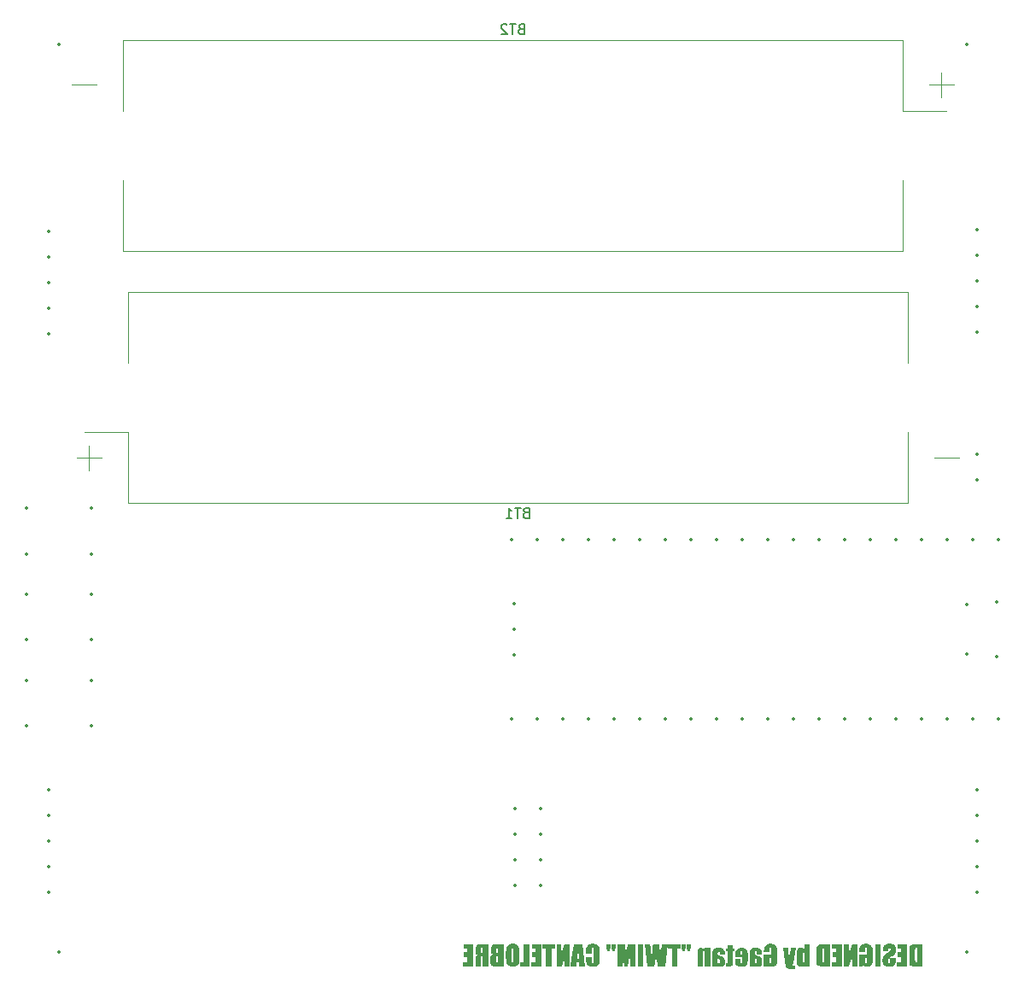
<source format=gbo>
%TF.GenerationSoftware,KiCad,Pcbnew,8.0.5*%
%TF.CreationDate,2025-02-14T12:54:28+01:00*%
%TF.ProjectId,main_board,6d61696e-5f62-46f6-9172-642e6b696361,rev?*%
%TF.SameCoordinates,Original*%
%TF.FileFunction,Legend,Bot*%
%TF.FilePolarity,Positive*%
%FSLAX46Y46*%
G04 Gerber Fmt 4.6, Leading zero omitted, Abs format (unit mm)*
G04 Created by KiCad (PCBNEW 8.0.5) date 2025-02-14 12:54:28*
%MOMM*%
%LPD*%
G01*
G04 APERTURE LIST*
%ADD10C,0.100000*%
%ADD11C,0.150000*%
%ADD12C,0.120000*%
%ADD13C,0.350000*%
G04 APERTURE END LIST*
D10*
G36*
X190634717Y-146410000D02*
G01*
X189905408Y-146410000D01*
X189796898Y-146408222D01*
X189695728Y-146402078D01*
X189594731Y-146387529D01*
X189505401Y-146358599D01*
X189421807Y-146307906D01*
X189365199Y-146244773D01*
X189323621Y-146150125D01*
X189308680Y-146067865D01*
X189299965Y-145960712D01*
X189296285Y-145855679D01*
X189295289Y-145750544D01*
X189295289Y-144973363D01*
X189295976Y-144862343D01*
X189296420Y-144842937D01*
X189873656Y-144842937D01*
X189873656Y-145710488D01*
X189874360Y-145776169D01*
X189879989Y-145882128D01*
X189902477Y-145984528D01*
X189955355Y-146022264D01*
X190056350Y-146034842D01*
X190056350Y-144565478D01*
X190028214Y-144565966D01*
X189927390Y-144585505D01*
X189883426Y-144648520D01*
X189875030Y-144744385D01*
X189873656Y-144842937D01*
X189296420Y-144842937D01*
X189298514Y-144751313D01*
X189303704Y-144648807D01*
X189314829Y-144550334D01*
X189318911Y-144530273D01*
X189354653Y-144435376D01*
X189411060Y-144354940D01*
X189453833Y-144314091D01*
X189542223Y-144260994D01*
X189635275Y-144228911D01*
X189676400Y-144219866D01*
X189784111Y-144205395D01*
X189887173Y-144197707D01*
X189987647Y-144193373D01*
X190101382Y-144190923D01*
X190201919Y-144190321D01*
X190634717Y-144190321D01*
X190634717Y-146410000D01*
G37*
G36*
X189087194Y-144190321D02*
G01*
X188122435Y-144190321D01*
X188122435Y-144628004D01*
X188508827Y-144628004D01*
X188508827Y-145034424D01*
X188147348Y-145034424D01*
X188147348Y-145472107D01*
X188508827Y-145472107D01*
X188508827Y-145972316D01*
X188084333Y-145972316D01*
X188084333Y-146410000D01*
X189087194Y-146410000D01*
X189087194Y-144190321D01*
G37*
G36*
X186698988Y-144878108D02*
G01*
X187236322Y-144878108D01*
X187236322Y-144713000D01*
X187242112Y-144614087D01*
X187256838Y-144565966D01*
X187325715Y-144534214D01*
X187404361Y-144574270D01*
X187430572Y-144670600D01*
X187431228Y-144694926D01*
X187421645Y-144795356D01*
X187400942Y-144851242D01*
X187329347Y-144924567D01*
X187245622Y-144981880D01*
X187237299Y-144987041D01*
X187145288Y-145045399D01*
X187062207Y-145100797D01*
X186970914Y-145165879D01*
X186893575Y-145226334D01*
X186819186Y-145292772D01*
X186751256Y-145370990D01*
X186702848Y-145466075D01*
X186673119Y-145574145D01*
X186657375Y-145686888D01*
X186651507Y-145797032D01*
X186651116Y-145836517D01*
X186654596Y-145945602D01*
X186666832Y-146050003D01*
X186693752Y-146151262D01*
X186706803Y-146180900D01*
X186769141Y-146264793D01*
X186848586Y-146326713D01*
X186921737Y-146366524D01*
X187015448Y-146402653D01*
X187117427Y-146426957D01*
X187215017Y-146438635D01*
X187292498Y-146441263D01*
X187390952Y-146437055D01*
X187495458Y-146421943D01*
X187591415Y-146395839D01*
X187689148Y-146353335D01*
X187772507Y-146300089D01*
X187844101Y-146232045D01*
X187897289Y-146146397D01*
X187904082Y-146129609D01*
X187930872Y-146033266D01*
X187946500Y-145927470D01*
X187953644Y-145818248D01*
X187954884Y-145742728D01*
X187954884Y-145597159D01*
X187417550Y-145597159D01*
X187417550Y-145868757D01*
X187412613Y-145966810D01*
X187395080Y-146030446D01*
X187314480Y-146066106D01*
X187228995Y-146021165D01*
X187202018Y-145923945D01*
X187200662Y-145887320D01*
X187204913Y-145788114D01*
X187223804Y-145689138D01*
X187254396Y-145631842D01*
X187333029Y-145564683D01*
X187416066Y-145506104D01*
X187498228Y-145452209D01*
X187524528Y-145435471D01*
X187612024Y-145378947D01*
X187694959Y-145322992D01*
X187779285Y-145261110D01*
X187810781Y-145234703D01*
X187874651Y-145159110D01*
X187923659Y-145066281D01*
X187926552Y-145059337D01*
X187956282Y-144958128D01*
X187969600Y-144856371D01*
X187972470Y-144773084D01*
X187969361Y-144669711D01*
X187958195Y-144567426D01*
X187932816Y-144463356D01*
X187907501Y-144406231D01*
X187847143Y-144326181D01*
X187764253Y-144260418D01*
X187696475Y-144224515D01*
X187599580Y-144189996D01*
X187502258Y-144169860D01*
X187395355Y-144160080D01*
X187344766Y-144159057D01*
X187236322Y-144163606D01*
X187136182Y-144177254D01*
X187033452Y-144203481D01*
X186960816Y-144231842D01*
X186872087Y-144281005D01*
X186793319Y-144349699D01*
X186750767Y-144415024D01*
X186721287Y-144509162D01*
X186706269Y-144613319D01*
X186700252Y-144711212D01*
X186698988Y-144790181D01*
X186698988Y-144878108D01*
G37*
G36*
X185898360Y-144190321D02*
G01*
X185898360Y-146410000D01*
X186476727Y-146410000D01*
X186476727Y-144190321D01*
X185898360Y-144190321D01*
G37*
G36*
X184344487Y-145003161D02*
G01*
X184922854Y-145003161D01*
X184922854Y-144809720D01*
X184924476Y-144708636D01*
X184932991Y-144607278D01*
X184939462Y-144580621D01*
X185017620Y-144534214D01*
X185090404Y-144574759D01*
X185106776Y-144674440D01*
X185109455Y-144781877D01*
X185109455Y-145826748D01*
X185106311Y-145929289D01*
X185090404Y-146019699D01*
X185013224Y-146066106D01*
X184927739Y-146015303D01*
X184908008Y-145913599D01*
X184904780Y-145816489D01*
X184904780Y-145565896D01*
X185021528Y-145565896D01*
X185021528Y-145222002D01*
X184344487Y-145222002D01*
X184344487Y-146410000D01*
X184708408Y-146410000D01*
X184762142Y-146250753D01*
X184824316Y-146334394D01*
X184905542Y-146394982D01*
X184911130Y-146397787D01*
X185009071Y-146430394D01*
X185107994Y-146441093D01*
X185123133Y-146441263D01*
X185221076Y-146433066D01*
X185323051Y-146405429D01*
X185396196Y-146371898D01*
X185482864Y-146314905D01*
X185557375Y-146242776D01*
X185589148Y-146199462D01*
X185637407Y-146107406D01*
X185666779Y-146011609D01*
X185671702Y-145983551D01*
X185681525Y-145882756D01*
X185686248Y-145774621D01*
X185687759Y-145672314D01*
X185687822Y-145644542D01*
X185687822Y-144993879D01*
X185686620Y-144882156D01*
X185683014Y-144782556D01*
X185675768Y-144681680D01*
X185661642Y-144576232D01*
X185653628Y-144538122D01*
X185614661Y-144443223D01*
X185552990Y-144361860D01*
X185476113Y-144292630D01*
X185456280Y-144277759D01*
X185368963Y-144225827D01*
X185269678Y-144188733D01*
X185172987Y-144168447D01*
X185067132Y-144159521D01*
X185035205Y-144159057D01*
X184928212Y-144163943D01*
X184829494Y-144178599D01*
X184726805Y-144207313D01*
X184634924Y-144248788D01*
X184613642Y-144261151D01*
X184528630Y-144321356D01*
X184455834Y-144395412D01*
X184402095Y-144485578D01*
X184395289Y-144502951D01*
X184368499Y-144602671D01*
X184354211Y-144700307D01*
X184346918Y-144798762D01*
X184344487Y-144909371D01*
X184344487Y-145003161D01*
G37*
G36*
X182836531Y-144190321D02*
G01*
X182836531Y-146410000D01*
X183343579Y-146410000D01*
X183644487Y-145400788D01*
X183644487Y-146410000D01*
X184128087Y-146410000D01*
X184128087Y-144190321D01*
X183644487Y-144190321D01*
X183320132Y-145189762D01*
X183320132Y-144190321D01*
X182836531Y-144190321D01*
G37*
G36*
X182611828Y-144190321D02*
G01*
X181647069Y-144190321D01*
X181647069Y-144628004D01*
X182033461Y-144628004D01*
X182033461Y-145034424D01*
X181671981Y-145034424D01*
X181671981Y-145472107D01*
X182033461Y-145472107D01*
X182033461Y-145972316D01*
X181608967Y-145972316D01*
X181608967Y-146410000D01*
X182611828Y-146410000D01*
X182611828Y-144190321D01*
G37*
G36*
X181449232Y-146410000D02*
G01*
X180719923Y-146410000D01*
X180611413Y-146408222D01*
X180510243Y-146402078D01*
X180409246Y-146387529D01*
X180319916Y-146358599D01*
X180236322Y-146307906D01*
X180179714Y-146244773D01*
X180138136Y-146150125D01*
X180123195Y-146067865D01*
X180114480Y-145960712D01*
X180110800Y-145855679D01*
X180109804Y-145750544D01*
X180109804Y-144973363D01*
X180110491Y-144862343D01*
X180110935Y-144842937D01*
X180688171Y-144842937D01*
X180688171Y-145710488D01*
X180688875Y-145776169D01*
X180694504Y-145882128D01*
X180716992Y-145984528D01*
X180769870Y-146022264D01*
X180870865Y-146034842D01*
X180870865Y-144565478D01*
X180842729Y-144565966D01*
X180741905Y-144585505D01*
X180697941Y-144648520D01*
X180689545Y-144744385D01*
X180688171Y-144842937D01*
X180110935Y-144842937D01*
X180113029Y-144751313D01*
X180118219Y-144648807D01*
X180129344Y-144550334D01*
X180133426Y-144530273D01*
X180169168Y-144435376D01*
X180225575Y-144354940D01*
X180268348Y-144314091D01*
X180356738Y-144260994D01*
X180449790Y-144228911D01*
X180490915Y-144219866D01*
X180598626Y-144205395D01*
X180701688Y-144197707D01*
X180802162Y-144193373D01*
X180915897Y-144190923D01*
X181016434Y-144190321D01*
X181449232Y-144190321D01*
X181449232Y-146410000D01*
G37*
G36*
X179425436Y-146410000D02*
G01*
X178906175Y-146410000D01*
X178870516Y-146268827D01*
X178801565Y-146340333D01*
X178716154Y-146398276D01*
X178634030Y-146429131D01*
X178533949Y-146441263D01*
X178484330Y-146438755D01*
X178385776Y-146416120D01*
X178299476Y-146369944D01*
X178287363Y-146360867D01*
X178218387Y-146291664D01*
X178173447Y-146200439D01*
X178157075Y-146112947D01*
X178148705Y-146007763D01*
X178146580Y-145903928D01*
X178146580Y-145107697D01*
X178701500Y-145107697D01*
X178701500Y-145879993D01*
X178703767Y-145985460D01*
X178717620Y-146086133D01*
X178785519Y-146128632D01*
X178853419Y-146087110D01*
X178867694Y-146000434D01*
X178870516Y-145898066D01*
X178870516Y-145107697D01*
X178868727Y-145015867D01*
X178855373Y-144916210D01*
X178789427Y-144878108D01*
X178719574Y-144921584D01*
X178704483Y-145008169D01*
X178701500Y-145107697D01*
X178146580Y-145107697D01*
X178146580Y-145088157D01*
X178146807Y-145028828D01*
X178148619Y-144930635D01*
X178155861Y-144826329D01*
X178163589Y-144791514D01*
X178208618Y-144700788D01*
X178250949Y-144653235D01*
X178336601Y-144601137D01*
X178433900Y-144573313D01*
X178533949Y-144565478D01*
X178623344Y-144574279D01*
X178717131Y-144605533D01*
X178797732Y-144655481D01*
X178870516Y-144726189D01*
X178870516Y-144190321D01*
X179425436Y-144190321D01*
X179425436Y-146410000D01*
G37*
G36*
X176809595Y-144596741D02*
G01*
X176968841Y-145905882D01*
X176982351Y-146015614D01*
X176997070Y-146126053D01*
X177012519Y-146229086D01*
X177031367Y-146330376D01*
X177062587Y-146427577D01*
X177112214Y-146512330D01*
X177115875Y-146516978D01*
X177191635Y-146584320D01*
X177280006Y-146625422D01*
X177376498Y-146646556D01*
X177483984Y-146656717D01*
X177587695Y-146659969D01*
X177616085Y-146660104D01*
X177952651Y-146660104D01*
X177952651Y-146378736D01*
X177851930Y-146375946D01*
X177786566Y-146366036D01*
X177749441Y-146307418D01*
X177765603Y-146207927D01*
X177783635Y-146116908D01*
X178087473Y-144596741D01*
X177583356Y-144596741D01*
X177401639Y-145848729D01*
X177313712Y-144596741D01*
X176809595Y-144596741D01*
G37*
G36*
X174881542Y-145003161D02*
G01*
X175459909Y-145003161D01*
X175459909Y-144809720D01*
X175461531Y-144708636D01*
X175470046Y-144607278D01*
X175476517Y-144580621D01*
X175554675Y-144534214D01*
X175627459Y-144574759D01*
X175643831Y-144674440D01*
X175646510Y-144781877D01*
X175646510Y-145826748D01*
X175643366Y-145929289D01*
X175627459Y-146019699D01*
X175550279Y-146066106D01*
X175464794Y-146015303D01*
X175445063Y-145913599D01*
X175441835Y-145816489D01*
X175441835Y-145565896D01*
X175558583Y-145565896D01*
X175558583Y-145222002D01*
X174881542Y-145222002D01*
X174881542Y-146410000D01*
X175245464Y-146410000D01*
X175299197Y-146250753D01*
X175361372Y-146334394D01*
X175442598Y-146394982D01*
X175448185Y-146397787D01*
X175546127Y-146430394D01*
X175645049Y-146441093D01*
X175660188Y-146441263D01*
X175758131Y-146433066D01*
X175860106Y-146405429D01*
X175933251Y-146371898D01*
X176019919Y-146314905D01*
X176094430Y-146242776D01*
X176126203Y-146199462D01*
X176174462Y-146107406D01*
X176203834Y-146011609D01*
X176208757Y-145983551D01*
X176218580Y-145882756D01*
X176223303Y-145774621D01*
X176224814Y-145672314D01*
X176224877Y-145644542D01*
X176224877Y-144993879D01*
X176223675Y-144882156D01*
X176220069Y-144782556D01*
X176212823Y-144681680D01*
X176198698Y-144576232D01*
X176190683Y-144538122D01*
X176151716Y-144443223D01*
X176090045Y-144361860D01*
X176013168Y-144292630D01*
X175993335Y-144277759D01*
X175906018Y-144225827D01*
X175806734Y-144188733D01*
X175710042Y-144168447D01*
X175604188Y-144159521D01*
X175572260Y-144159057D01*
X175465267Y-144163943D01*
X175366549Y-144178599D01*
X175263860Y-144207313D01*
X175171979Y-144248788D01*
X175150697Y-144261151D01*
X175065685Y-144321356D01*
X174992889Y-144395412D01*
X174939151Y-144485578D01*
X174932344Y-144502951D01*
X174905554Y-144602671D01*
X174891266Y-144700307D01*
X174883973Y-144798762D01*
X174881542Y-144909371D01*
X174881542Y-145003161D01*
G37*
G36*
X174164790Y-144568483D02*
G01*
X174268364Y-144581840D01*
X174371821Y-144609639D01*
X174461444Y-144650963D01*
X174528825Y-144695354D01*
X174601433Y-144761775D01*
X174657327Y-144848311D01*
X174660332Y-144855364D01*
X174688954Y-144954362D01*
X174702311Y-145057116D01*
X174706175Y-145165338D01*
X174706175Y-145284528D01*
X174185450Y-145284528D01*
X174185450Y-145097927D01*
X174184114Y-145016134D01*
X174171772Y-144913768D01*
X174101430Y-144878108D01*
X174031088Y-144920118D01*
X174013709Y-144997982D01*
X174009595Y-145100858D01*
X174010816Y-145151691D01*
X174029134Y-145248869D01*
X174045208Y-145265281D01*
X174130938Y-145313046D01*
X174227780Y-145355956D01*
X174321249Y-145393949D01*
X174367559Y-145412328D01*
X174462528Y-145453541D01*
X174557702Y-145503094D01*
X174641695Y-145567850D01*
X174680988Y-145642314D01*
X174701075Y-145742917D01*
X174706175Y-145848241D01*
X174706175Y-145999183D01*
X174703206Y-146081131D01*
X174689071Y-146179869D01*
X174653792Y-146279410D01*
X174584542Y-146359197D01*
X174514231Y-146398867D01*
X174414591Y-146431565D01*
X174317341Y-146441263D01*
X174219796Y-146430529D01*
X174125854Y-146392414D01*
X174048626Y-146326207D01*
X173994452Y-146244891D01*
X173994452Y-146410000D01*
X173454675Y-146410000D01*
X173454675Y-145920537D01*
X174009595Y-145920537D01*
X174011169Y-145998485D01*
X174025715Y-146095415D01*
X174093614Y-146128632D01*
X174166887Y-146086133D01*
X174182386Y-145999330D01*
X174185450Y-145898066D01*
X174181983Y-145804629D01*
X174164445Y-145703161D01*
X174152452Y-145676548D01*
X174088059Y-145599948D01*
X174009595Y-145534633D01*
X174009595Y-145920537D01*
X173454675Y-145920537D01*
X173454675Y-145500928D01*
X173454788Y-145445944D01*
X173455688Y-145343133D01*
X173458081Y-145228036D01*
X173461880Y-145127847D01*
X173469564Y-145012626D01*
X173483496Y-144907418D01*
X173516817Y-144813715D01*
X173577151Y-144730748D01*
X173655443Y-144664640D01*
X173673816Y-144652632D01*
X173769957Y-144608183D01*
X173873905Y-144581843D01*
X173979135Y-144568964D01*
X174079937Y-144565478D01*
X174164790Y-144568483D01*
G37*
G36*
X172708524Y-144566122D02*
G01*
X172810164Y-144575782D01*
X172914940Y-144600110D01*
X173011130Y-144638750D01*
X173094964Y-144690537D01*
X173168559Y-144762049D01*
X173222644Y-144848799D01*
X173250854Y-144923476D01*
X173272956Y-145022524D01*
X173284039Y-145123930D01*
X173287124Y-145222979D01*
X173287124Y-145751032D01*
X173284845Y-145856940D01*
X173276964Y-145956851D01*
X173258304Y-146058778D01*
X173252496Y-146078407D01*
X173211352Y-146171916D01*
X173154745Y-146252219D01*
X173119005Y-146288910D01*
X173037623Y-146347626D01*
X172945184Y-146390949D01*
X172936718Y-146394044D01*
X172838298Y-146421609D01*
X172740410Y-146436349D01*
X172634508Y-146441263D01*
X172537397Y-146437244D01*
X172431824Y-146421418D01*
X172333112Y-146390460D01*
X172289526Y-146369640D01*
X172205223Y-146312394D01*
X172134787Y-146238541D01*
X172125181Y-146225890D01*
X172070551Y-146140111D01*
X172035136Y-146048032D01*
X172025732Y-145998511D01*
X172016182Y-145897464D01*
X172013642Y-145792065D01*
X172013642Y-145659685D01*
X172539741Y-145659685D01*
X172539741Y-145899043D01*
X172542281Y-145981680D01*
X172561235Y-146081737D01*
X172645743Y-146128632D01*
X172714619Y-146092972D01*
X172727808Y-146034720D01*
X172732205Y-145932260D01*
X172732205Y-145534633D01*
X172013642Y-145534633D01*
X172013642Y-145294787D01*
X172016564Y-145185252D01*
X172023006Y-145113070D01*
X172570027Y-145113070D01*
X172570027Y-145253265D01*
X172732205Y-145253265D01*
X172732205Y-145113070D01*
X172730588Y-145016964D01*
X172718527Y-144915233D01*
X172647208Y-144878108D01*
X172585170Y-144921584D01*
X172572527Y-145009828D01*
X172570027Y-145113070D01*
X172023006Y-145113070D01*
X172025330Y-145087031D01*
X172042503Y-144988632D01*
X172074703Y-144886413D01*
X172078608Y-144877401D01*
X172133275Y-144785640D01*
X172201606Y-144713941D01*
X172287683Y-144653405D01*
X172368741Y-144614937D01*
X172472120Y-144584798D01*
X172574847Y-144569685D01*
X172673098Y-144565478D01*
X172708524Y-144566122D01*
G37*
G36*
X171255024Y-144346636D02*
G01*
X171255024Y-144628004D01*
X171105547Y-144628004D01*
X171105547Y-144909371D01*
X171255024Y-144909371D01*
X171255024Y-145903440D01*
X171253211Y-146002091D01*
X171240812Y-146099842D01*
X171236461Y-146107627D01*
X171135902Y-146127627D01*
X171082100Y-146128632D01*
X171082100Y-146410000D01*
X171305826Y-146410000D01*
X171403860Y-146408763D01*
X171507885Y-146403268D01*
X171576448Y-146394368D01*
X171670367Y-146358189D01*
X171719574Y-146321095D01*
X171778383Y-146242747D01*
X171796266Y-146189692D01*
X171806618Y-146086483D01*
X171810211Y-145979746D01*
X171811350Y-145874877D01*
X171811409Y-145841402D01*
X171811409Y-144909371D01*
X171931088Y-144909371D01*
X171931088Y-144628004D01*
X171811409Y-144628004D01*
X171811409Y-144346636D01*
X171255024Y-144346636D01*
G37*
G36*
X170471838Y-144568483D02*
G01*
X170575412Y-144581840D01*
X170678869Y-144609639D01*
X170768492Y-144650963D01*
X170835873Y-144695354D01*
X170908481Y-144761775D01*
X170964375Y-144848311D01*
X170967380Y-144855364D01*
X170996002Y-144954362D01*
X171009360Y-145057116D01*
X171013224Y-145165338D01*
X171013224Y-145284528D01*
X170492498Y-145284528D01*
X170492498Y-145097927D01*
X170491162Y-145016134D01*
X170478820Y-144913768D01*
X170408478Y-144878108D01*
X170338136Y-144920118D01*
X170320757Y-144997982D01*
X170316643Y-145100858D01*
X170317864Y-145151691D01*
X170336182Y-145248869D01*
X170352257Y-145265281D01*
X170437986Y-145313046D01*
X170534828Y-145355956D01*
X170628297Y-145393949D01*
X170674608Y-145412328D01*
X170769576Y-145453541D01*
X170864751Y-145503094D01*
X170948743Y-145567850D01*
X170988036Y-145642314D01*
X171008123Y-145742917D01*
X171013224Y-145848241D01*
X171013224Y-145999183D01*
X171010254Y-146081131D01*
X170996119Y-146179869D01*
X170960841Y-146279410D01*
X170891591Y-146359197D01*
X170821279Y-146398867D01*
X170721639Y-146431565D01*
X170624389Y-146441263D01*
X170526844Y-146430529D01*
X170432903Y-146392414D01*
X170355675Y-146326207D01*
X170301500Y-146244891D01*
X170301500Y-146410000D01*
X169761723Y-146410000D01*
X169761723Y-145920537D01*
X170316643Y-145920537D01*
X170318217Y-145998485D01*
X170332763Y-146095415D01*
X170400662Y-146128632D01*
X170473935Y-146086133D01*
X170489434Y-145999330D01*
X170492498Y-145898066D01*
X170489031Y-145804629D01*
X170471493Y-145703161D01*
X170459500Y-145676548D01*
X170395107Y-145599948D01*
X170316643Y-145534633D01*
X170316643Y-145920537D01*
X169761723Y-145920537D01*
X169761723Y-145500928D01*
X169761836Y-145445944D01*
X169762736Y-145343133D01*
X169765129Y-145228036D01*
X169768928Y-145127847D01*
X169776612Y-145012626D01*
X169790544Y-144907418D01*
X169823865Y-144813715D01*
X169884199Y-144730748D01*
X169962491Y-144664640D01*
X169980864Y-144652632D01*
X170077005Y-144608183D01*
X170180953Y-144581843D01*
X170286183Y-144568964D01*
X170386985Y-144565478D01*
X170471838Y-144568483D01*
G37*
G36*
X169013363Y-144596741D02*
G01*
X169022644Y-144760872D01*
X168960062Y-144680014D01*
X168880530Y-144617427D01*
X168875122Y-144614326D01*
X168781088Y-144577690D01*
X168680953Y-144565525D01*
X168673866Y-144565478D01*
X168573940Y-144574889D01*
X168476113Y-144609657D01*
X168440369Y-144632400D01*
X168369465Y-144702761D01*
X168325303Y-144794611D01*
X168323621Y-144800928D01*
X168306542Y-144905974D01*
X168299819Y-145005052D01*
X168297346Y-145111221D01*
X168297243Y-145140425D01*
X168297243Y-146410000D01*
X168852163Y-146410000D01*
X168852163Y-145148729D01*
X168853403Y-145045546D01*
X168859915Y-144944617D01*
X168864863Y-144919630D01*
X168933251Y-144878108D01*
X169007501Y-144925491D01*
X169019746Y-145028875D01*
X169022408Y-145129587D01*
X169022644Y-145178527D01*
X169022644Y-146410000D01*
X169577564Y-146410000D01*
X169577564Y-144596741D01*
X169013363Y-144596741D01*
G37*
G36*
X167598709Y-144878108D02*
G01*
X167671493Y-144517606D01*
X167671493Y-144190321D01*
X167250907Y-144190321D01*
X167250907Y-144517606D01*
X167313921Y-144878108D01*
X167598709Y-144878108D01*
G37*
G36*
X167077983Y-144878108D02*
G01*
X167150767Y-144517606D01*
X167150767Y-144190321D01*
X166730181Y-144190321D01*
X166730181Y-144517606D01*
X166794661Y-144878108D01*
X167077983Y-144878108D01*
G37*
G36*
X165406873Y-144190321D02*
G01*
X165406873Y-144628004D01*
X165750279Y-144628004D01*
X165750279Y-146410000D01*
X166328646Y-146410000D01*
X166328646Y-144628004D01*
X166670586Y-144628004D01*
X166670586Y-144190321D01*
X165406873Y-144190321D01*
G37*
G36*
X163043579Y-144190321D02*
G01*
X163300523Y-146410000D01*
X164022993Y-146410000D01*
X164041376Y-146311854D01*
X164059338Y-146210858D01*
X164076879Y-146107011D01*
X164093999Y-146000313D01*
X164110699Y-145890764D01*
X164126978Y-145778365D01*
X164142836Y-145663114D01*
X164158273Y-145545013D01*
X164173290Y-145424062D01*
X164187886Y-145300259D01*
X164197383Y-145216140D01*
X164210451Y-145326174D01*
X164224117Y-145434602D01*
X164240638Y-145561166D01*
X164254902Y-145667990D01*
X164270771Y-145785014D01*
X164288247Y-145912240D01*
X164307328Y-146049667D01*
X164320940Y-146146952D01*
X164335267Y-146248771D01*
X164350307Y-146355123D01*
X164358094Y-146410000D01*
X165076657Y-146410000D01*
X165335066Y-144190321D01*
X164773307Y-144190321D01*
X164714200Y-144962128D01*
X164653628Y-145734424D01*
X164646833Y-145618591D01*
X164638355Y-145496774D01*
X164628195Y-145368971D01*
X164616351Y-145235184D01*
X164602824Y-145095412D01*
X164587614Y-144949654D01*
X164576539Y-144849158D01*
X164564716Y-144746002D01*
X164552145Y-144640185D01*
X164538826Y-144531709D01*
X164524760Y-144420573D01*
X164509945Y-144306777D01*
X164494382Y-144190321D01*
X163892568Y-144190321D01*
X163881119Y-144301632D01*
X163870586Y-144419298D01*
X163862037Y-144518942D01*
X163852267Y-144635545D01*
X163844139Y-144734127D01*
X163835323Y-144842249D01*
X163829064Y-144919630D01*
X163766050Y-145796950D01*
X163759812Y-145692385D01*
X163753067Y-145588374D01*
X163745814Y-145484916D01*
X163738053Y-145382012D01*
X163729785Y-145279661D01*
X163721010Y-145177863D01*
X163711727Y-145076619D01*
X163701936Y-144975928D01*
X163691638Y-144875790D01*
X163680832Y-144776206D01*
X163669518Y-144677175D01*
X163657698Y-144578697D01*
X163645369Y-144480773D01*
X163632533Y-144383402D01*
X163619189Y-144286585D01*
X163605338Y-144190321D01*
X163043579Y-144190321D01*
G37*
G36*
X162361165Y-144190321D02*
G01*
X162361165Y-146410000D01*
X162939532Y-146410000D01*
X162939532Y-144190321D01*
X162361165Y-144190321D01*
G37*
G36*
X160349581Y-144190321D02*
G01*
X160349581Y-146410000D01*
X160855163Y-146410000D01*
X160855163Y-144911325D01*
X161057397Y-146410000D01*
X161415945Y-146410000D01*
X161628925Y-144942588D01*
X161628925Y-146410000D01*
X162134508Y-146410000D01*
X162134508Y-144190321D01*
X161385659Y-144190321D01*
X161368806Y-144293238D01*
X161353659Y-144391055D01*
X161338138Y-144496118D01*
X161322244Y-144608428D01*
X161315317Y-144658778D01*
X161235694Y-145226887D01*
X161103803Y-144190321D01*
X160349581Y-144190321D01*
G37*
G36*
X160120969Y-144878108D02*
G01*
X160193754Y-144517606D01*
X160193754Y-144190321D01*
X159773168Y-144190321D01*
X159773168Y-144517606D01*
X159836182Y-144878108D01*
X160120969Y-144878108D01*
G37*
G36*
X159600244Y-144878108D02*
G01*
X159673028Y-144517606D01*
X159673028Y-144190321D01*
X159252442Y-144190321D01*
X159252442Y-144517606D01*
X159316922Y-144878108D01*
X159600244Y-144878108D01*
G37*
G36*
X157251116Y-145159476D02*
G01*
X157829483Y-145159476D01*
X157829483Y-144780900D01*
X157831677Y-144682327D01*
X157844728Y-144584027D01*
X157848046Y-144575247D01*
X157929623Y-144534214D01*
X158017836Y-144578006D01*
X158020481Y-144584040D01*
X158036388Y-144683849D01*
X158039513Y-144788767D01*
X158039532Y-144798974D01*
X158039532Y-145810628D01*
X158036853Y-145914171D01*
X158022788Y-146011269D01*
X158020481Y-146017745D01*
X157934019Y-146066106D01*
X157849511Y-146016769D01*
X157833317Y-145918365D01*
X157829659Y-145816534D01*
X157829483Y-145783272D01*
X157829483Y-145503370D01*
X157251116Y-145503370D01*
X157251116Y-145589832D01*
X157252309Y-145692855D01*
X157256888Y-145803543D01*
X157266572Y-145914837D01*
X157283364Y-146018503D01*
X157299965Y-146079783D01*
X157347517Y-146174698D01*
X157414989Y-146253772D01*
X157495454Y-146319065D01*
X157515875Y-146332819D01*
X157604047Y-146380263D01*
X157701988Y-146414152D01*
X157809699Y-146434485D01*
X157911961Y-146441157D01*
X157927180Y-146441263D01*
X158034057Y-146436938D01*
X158132424Y-146423965D01*
X158234426Y-146398549D01*
X158325315Y-146361836D01*
X158346301Y-146350893D01*
X158430128Y-146294298D01*
X158502695Y-146218545D01*
X158553604Y-146129243D01*
X158564654Y-146099811D01*
X158590393Y-145996857D01*
X158604588Y-145899043D01*
X158613687Y-145785709D01*
X158617431Y-145676212D01*
X158617899Y-145617187D01*
X158617899Y-144977271D01*
X158617128Y-144879491D01*
X158614357Y-144781595D01*
X158608060Y-144680005D01*
X158601779Y-144622630D01*
X158577562Y-144527717D01*
X158531901Y-144435867D01*
X158503593Y-144394508D01*
X158433251Y-144318968D01*
X158353323Y-144261189D01*
X158276936Y-144222072D01*
X158182015Y-144188842D01*
X158078603Y-144167919D01*
X157978272Y-144159611D01*
X157943300Y-144159057D01*
X157835806Y-144163732D01*
X157736867Y-144177757D01*
X157634270Y-144205235D01*
X157542847Y-144244924D01*
X157521737Y-144256755D01*
X157437317Y-144315260D01*
X157364636Y-144389239D01*
X157310362Y-144481525D01*
X157303384Y-144499532D01*
X157278118Y-144593929D01*
X157262601Y-144699313D01*
X157254383Y-144808102D01*
X157251320Y-144913667D01*
X157251116Y-144951381D01*
X157251116Y-145159476D01*
G37*
G36*
X157184193Y-146410000D02*
G01*
X156584822Y-146410000D01*
X156550628Y-146003579D01*
X156343021Y-146003579D01*
X156314200Y-146410000D01*
X155722156Y-146410000D01*
X155838773Y-145628422D01*
X156359630Y-145628422D01*
X156557466Y-145628422D01*
X156552765Y-145567826D01*
X156542354Y-145452751D01*
X156531706Y-145348016D01*
X156518998Y-145232016D01*
X156504229Y-145104750D01*
X156491800Y-145001908D01*
X156478211Y-144892729D01*
X156463464Y-144777212D01*
X156447557Y-144655359D01*
X156439314Y-144762769D01*
X156431071Y-144866831D01*
X156422827Y-144967544D01*
X156414584Y-145064908D01*
X156403593Y-145189518D01*
X156392602Y-145308174D01*
X156381612Y-145420877D01*
X156370621Y-145527626D01*
X156359630Y-145628422D01*
X155838773Y-145628422D01*
X156053349Y-144190321D01*
X156890125Y-144190321D01*
X157184193Y-146410000D01*
G37*
G36*
X154340230Y-144190321D02*
G01*
X154340230Y-146410000D01*
X154847278Y-146410000D01*
X155148185Y-145400788D01*
X155148185Y-146410000D01*
X155631786Y-146410000D01*
X155631786Y-144190321D01*
X155148185Y-144190321D01*
X154823831Y-145189762D01*
X154823831Y-144190321D01*
X154340230Y-144190321D01*
G37*
G36*
X152950488Y-144190321D02*
G01*
X152950488Y-144628004D01*
X153293893Y-144628004D01*
X153293893Y-146410000D01*
X153872260Y-146410000D01*
X153872260Y-144628004D01*
X154214200Y-144628004D01*
X154214200Y-144190321D01*
X152950488Y-144190321D01*
G37*
G36*
X152825924Y-144190321D02*
G01*
X151861165Y-144190321D01*
X151861165Y-144628004D01*
X152247557Y-144628004D01*
X152247557Y-145034424D01*
X151886078Y-145034424D01*
X151886078Y-145472107D01*
X152247557Y-145472107D01*
X152247557Y-145972316D01*
X151823063Y-145972316D01*
X151823063Y-146410000D01*
X152825924Y-146410000D01*
X152825924Y-144190321D01*
G37*
G36*
X151084961Y-144190321D02*
G01*
X151084961Y-145972316D01*
X150733251Y-145972316D01*
X150733251Y-146410000D01*
X151663328Y-146410000D01*
X151663328Y-144190321D01*
X151084961Y-144190321D01*
G37*
G36*
X150023253Y-144159594D02*
G01*
X150123133Y-144167644D01*
X150225409Y-144187918D01*
X150318527Y-144220118D01*
X150393338Y-144258402D01*
X150472286Y-144316632D01*
X150542742Y-144394508D01*
X150580081Y-144452882D01*
X150620404Y-144545938D01*
X150641905Y-144645589D01*
X150647217Y-144703830D01*
X150652590Y-144802534D01*
X150655689Y-144908636D01*
X150657155Y-145014240D01*
X150657536Y-145112581D01*
X150657536Y-145487739D01*
X150657473Y-145529201D01*
X150656529Y-145644084D01*
X150654451Y-145744714D01*
X150649917Y-145856715D01*
X150641416Y-145961081D01*
X150628746Y-146027485D01*
X150593369Y-146122396D01*
X150538346Y-146211674D01*
X150478611Y-146277839D01*
X150400451Y-146337728D01*
X150309246Y-146384110D01*
X150282271Y-146394324D01*
X150187703Y-146421114D01*
X150085980Y-146436742D01*
X149988311Y-146441263D01*
X149953460Y-146440730D01*
X149853855Y-146432745D01*
X149751884Y-146412633D01*
X149659071Y-146380690D01*
X149584024Y-146342171D01*
X149504893Y-146283756D01*
X149434368Y-146205812D01*
X149397060Y-146147438D01*
X149356897Y-146054382D01*
X149335694Y-145954731D01*
X149330216Y-145896490D01*
X149324674Y-145797786D01*
X149321479Y-145691684D01*
X149319967Y-145586080D01*
X149319574Y-145487739D01*
X149319574Y-145112581D01*
X149319639Y-145071119D01*
X149320612Y-144956236D01*
X149322753Y-144855606D01*
X149326276Y-144771130D01*
X149897941Y-144771130D01*
X149897941Y-145771549D01*
X149898087Y-145806395D01*
X149901120Y-145912933D01*
X149914549Y-146015303D01*
X149989776Y-146066106D01*
X150063538Y-146021653D01*
X150070376Y-145990360D01*
X150077643Y-145891959D01*
X150079169Y-145787669D01*
X150079169Y-144771130D01*
X150076341Y-144671141D01*
X150055233Y-144568408D01*
X149985868Y-144534214D01*
X149915038Y-144576713D01*
X149900345Y-144672349D01*
X149897941Y-144771130D01*
X149326276Y-144771130D01*
X149327424Y-144743605D01*
X149336182Y-144639239D01*
X149348669Y-144572866D01*
X149384001Y-144478115D01*
X149439253Y-144389134D01*
X149498730Y-144322759D01*
X149576717Y-144262860D01*
X149667864Y-144216699D01*
X149685774Y-144209719D01*
X149779559Y-144181574D01*
X149880405Y-144164686D01*
X149988311Y-144159057D01*
X150023253Y-144159594D01*
G37*
G36*
X149111479Y-146410000D02*
G01*
X148442254Y-146410000D01*
X148399521Y-146409843D01*
X148300786Y-146408083D01*
X148197574Y-146403389D01*
X148085871Y-146392749D01*
X147980635Y-146369944D01*
X147960018Y-146361832D01*
X147873164Y-146303242D01*
X147816503Y-146221444D01*
X147804368Y-146192387D01*
X147779337Y-146093667D01*
X147767960Y-145992375D01*
X147764724Y-145886831D01*
X147764724Y-145680202D01*
X147765004Y-145653410D01*
X147767416Y-145618164D01*
X148343579Y-145618164D01*
X148343579Y-145826259D01*
X148346871Y-145901001D01*
X148377285Y-145996252D01*
X148433094Y-146023241D01*
X148533112Y-146034842D01*
X148533112Y-145409581D01*
X148468377Y-145413904D01*
X148373866Y-145444263D01*
X148348578Y-145520181D01*
X148343579Y-145618164D01*
X147767416Y-145618164D01*
X147771736Y-145555056D01*
X147792774Y-145451949D01*
X147836531Y-145357313D01*
X147841115Y-145350777D01*
X147915842Y-145281500D01*
X148005926Y-145236677D01*
X148108618Y-145206371D01*
X148045214Y-145189747D01*
X147950740Y-145152847D01*
X147867306Y-145089134D01*
X147830097Y-145015426D01*
X147811075Y-144918774D01*
X147806245Y-144819002D01*
X147806330Y-144801264D01*
X147807215Y-144779434D01*
X148343579Y-144779434D01*
X148343785Y-144815600D01*
X148348067Y-144924478D01*
X148367027Y-145022212D01*
X148380230Y-145038581D01*
X148475471Y-145064221D01*
X148533112Y-145065687D01*
X148533112Y-144565478D01*
X148511680Y-144565997D01*
X148412944Y-144578178D01*
X148363119Y-144631423D01*
X148349762Y-144680670D01*
X148343579Y-144779434D01*
X147807215Y-144779434D01*
X147810382Y-144701293D01*
X147822794Y-144598637D01*
X147847112Y-144499749D01*
X147892707Y-144403789D01*
X147952089Y-144331680D01*
X148029750Y-144271975D01*
X148120341Y-144232819D01*
X148129264Y-144230204D01*
X148232762Y-144208623D01*
X148334245Y-144197334D01*
X148436666Y-144191815D01*
X148534577Y-144190321D01*
X149111479Y-144190321D01*
X149111479Y-146410000D01*
G37*
G36*
X147565910Y-146410000D02*
G01*
X146987543Y-146410000D01*
X146987543Y-145409581D01*
X146933443Y-145412237D01*
X146840020Y-145452079D01*
X146828981Y-145477170D01*
X146814455Y-145574700D01*
X146811688Y-145672875D01*
X146811688Y-146410000D01*
X146274354Y-146410000D01*
X146274354Y-145825282D01*
X146274368Y-145808695D01*
X146275270Y-145704016D01*
X146278490Y-145598829D01*
X146289009Y-145497020D01*
X146305953Y-145450743D01*
X146362281Y-145366594D01*
X146404416Y-145328757D01*
X146496657Y-145282153D01*
X146592847Y-145252777D01*
X146515910Y-145241480D01*
X146419190Y-145210032D01*
X146338834Y-145145799D01*
X146313710Y-145098555D01*
X146288522Y-145002842D01*
X146277439Y-144902367D01*
X146274354Y-144797020D01*
X146274443Y-144779402D01*
X146276168Y-144739378D01*
X146811688Y-144739378D01*
X146811688Y-144862965D01*
X146815505Y-144943947D01*
X146850767Y-145038820D01*
X146888319Y-145055192D01*
X146987543Y-145065687D01*
X146987543Y-144565478D01*
X146946724Y-144567090D01*
X146849790Y-144599183D01*
X146823744Y-144642366D01*
X146811688Y-144739378D01*
X146276168Y-144739378D01*
X146278725Y-144680049D01*
X146291838Y-144577898D01*
X146317530Y-144479300D01*
X146365701Y-144383272D01*
X146428040Y-144311698D01*
X146508735Y-144255225D01*
X146602128Y-144222072D01*
X146642527Y-144214630D01*
X146748101Y-144202723D01*
X146848960Y-144196398D01*
X146947203Y-144192832D01*
X147058351Y-144190817D01*
X147156559Y-144190321D01*
X147565910Y-144190321D01*
X147565910Y-146410000D01*
G37*
G36*
X146059420Y-144190321D02*
G01*
X145094661Y-144190321D01*
X145094661Y-144628004D01*
X145481053Y-144628004D01*
X145481053Y-145034424D01*
X145119574Y-145034424D01*
X145119574Y-145472107D01*
X145481053Y-145472107D01*
X145481053Y-145972316D01*
X145056559Y-145972316D01*
X145056559Y-146410000D01*
X146059420Y-146410000D01*
X146059420Y-144190321D01*
G37*
D11*
X150785714Y-53431009D02*
X150642857Y-53478628D01*
X150642857Y-53478628D02*
X150595238Y-53526247D01*
X150595238Y-53526247D02*
X150547619Y-53621485D01*
X150547619Y-53621485D02*
X150547619Y-53764342D01*
X150547619Y-53764342D02*
X150595238Y-53859580D01*
X150595238Y-53859580D02*
X150642857Y-53907200D01*
X150642857Y-53907200D02*
X150738095Y-53954819D01*
X150738095Y-53954819D02*
X151119047Y-53954819D01*
X151119047Y-53954819D02*
X151119047Y-52954819D01*
X151119047Y-52954819D02*
X150785714Y-52954819D01*
X150785714Y-52954819D02*
X150690476Y-53002438D01*
X150690476Y-53002438D02*
X150642857Y-53050057D01*
X150642857Y-53050057D02*
X150595238Y-53145295D01*
X150595238Y-53145295D02*
X150595238Y-53240533D01*
X150595238Y-53240533D02*
X150642857Y-53335771D01*
X150642857Y-53335771D02*
X150690476Y-53383390D01*
X150690476Y-53383390D02*
X150785714Y-53431009D01*
X150785714Y-53431009D02*
X151119047Y-53431009D01*
X150261904Y-52954819D02*
X149690476Y-52954819D01*
X149976190Y-53954819D02*
X149976190Y-52954819D01*
X149404761Y-53050057D02*
X149357142Y-53002438D01*
X149357142Y-53002438D02*
X149261904Y-52954819D01*
X149261904Y-52954819D02*
X149023809Y-52954819D01*
X149023809Y-52954819D02*
X148928571Y-53002438D01*
X148928571Y-53002438D02*
X148880952Y-53050057D01*
X148880952Y-53050057D02*
X148833333Y-53145295D01*
X148833333Y-53145295D02*
X148833333Y-53240533D01*
X148833333Y-53240533D02*
X148880952Y-53383390D01*
X148880952Y-53383390D02*
X149452380Y-53954819D01*
X149452380Y-53954819D02*
X148833333Y-53954819D01*
X151285714Y-101431009D02*
X151142857Y-101478628D01*
X151142857Y-101478628D02*
X151095238Y-101526247D01*
X151095238Y-101526247D02*
X151047619Y-101621485D01*
X151047619Y-101621485D02*
X151047619Y-101764342D01*
X151047619Y-101764342D02*
X151095238Y-101859580D01*
X151095238Y-101859580D02*
X151142857Y-101907200D01*
X151142857Y-101907200D02*
X151238095Y-101954819D01*
X151238095Y-101954819D02*
X151619047Y-101954819D01*
X151619047Y-101954819D02*
X151619047Y-100954819D01*
X151619047Y-100954819D02*
X151285714Y-100954819D01*
X151285714Y-100954819D02*
X151190476Y-101002438D01*
X151190476Y-101002438D02*
X151142857Y-101050057D01*
X151142857Y-101050057D02*
X151095238Y-101145295D01*
X151095238Y-101145295D02*
X151095238Y-101240533D01*
X151095238Y-101240533D02*
X151142857Y-101335771D01*
X151142857Y-101335771D02*
X151190476Y-101383390D01*
X151190476Y-101383390D02*
X151285714Y-101431009D01*
X151285714Y-101431009D02*
X151619047Y-101431009D01*
X150761904Y-100954819D02*
X150190476Y-100954819D01*
X150476190Y-101954819D02*
X150476190Y-100954819D01*
X149333333Y-101954819D02*
X149904761Y-101954819D01*
X149619047Y-101954819D02*
X149619047Y-100954819D01*
X149619047Y-100954819D02*
X149714285Y-101097676D01*
X149714285Y-101097676D02*
X149809523Y-101192914D01*
X149809523Y-101192914D02*
X149904761Y-101240533D01*
D12*
%TO.C,BT2*%
X108750000Y-59000000D02*
X106250000Y-59000000D01*
X111360000Y-54580000D02*
X111360000Y-61560000D01*
X111360000Y-75440000D02*
X111360000Y-68440000D01*
X188640000Y-54560000D02*
X111360000Y-54560000D01*
X188640000Y-61560000D02*
X188640000Y-54560000D01*
X188640000Y-68440000D02*
X188640000Y-75440000D01*
X188640000Y-75440000D02*
X111360000Y-75440000D01*
X191250000Y-59000000D02*
X193750000Y-59000000D01*
X192500000Y-57750000D02*
X192500000Y-60250000D01*
X193000000Y-61560000D02*
X188640000Y-61560000D01*
%TO.C,BT1*%
X107500000Y-93440000D02*
X111860000Y-93440000D01*
X108000000Y-97250000D02*
X108000000Y-94750000D01*
X109250000Y-96000000D02*
X106750000Y-96000000D01*
X111860000Y-79560000D02*
X189140000Y-79560000D01*
X111860000Y-86560000D02*
X111860000Y-79560000D01*
X111860000Y-93440000D02*
X111860000Y-100440000D01*
X111860000Y-100440000D02*
X189140000Y-100440000D01*
X189140000Y-79560000D02*
X189140000Y-86560000D01*
X189140000Y-100420000D02*
X189140000Y-93440000D01*
X191750000Y-96000000D02*
X194250000Y-96000000D01*
%TD*%
D13*
X105000000Y-55000000D03*
X150210000Y-130750000D03*
X152750000Y-130750000D03*
X150210000Y-133290000D03*
X152750000Y-133290000D03*
X150210000Y-135830000D03*
X152750000Y-135830000D03*
X150210000Y-138370000D03*
X152750000Y-138370000D03*
X196000000Y-128920000D03*
X196000000Y-131460000D03*
X196000000Y-134000000D03*
X196000000Y-136540000D03*
X196000000Y-139080000D03*
X196000000Y-73380000D03*
X196000000Y-75920000D03*
X196000000Y-78460000D03*
X196000000Y-81000000D03*
X196000000Y-83540000D03*
X198000000Y-110275000D03*
X194970000Y-110575000D03*
X194970000Y-115425000D03*
X198000000Y-115725000D03*
X198130000Y-104110000D03*
X195590000Y-104110000D03*
X193050000Y-104110000D03*
X190510000Y-104110000D03*
X187970000Y-104110000D03*
X185430000Y-104110000D03*
X182890000Y-104110000D03*
X180350000Y-104110000D03*
X177810000Y-104110000D03*
X175270000Y-104110000D03*
X172730000Y-104110000D03*
X170190000Y-104110000D03*
X167650000Y-104110000D03*
X165110000Y-104110000D03*
X162570000Y-104110000D03*
X160030000Y-104110000D03*
X157490000Y-104110000D03*
X154950000Y-104110000D03*
X152410000Y-104110000D03*
X149870000Y-104110000D03*
X149870000Y-121890000D03*
X152410000Y-121890000D03*
X154950000Y-121890000D03*
X157490000Y-121890000D03*
X160030000Y-121890000D03*
X162570000Y-121890000D03*
X165110000Y-121890000D03*
X167650000Y-121890000D03*
X170190000Y-121890000D03*
X172730000Y-121890000D03*
X175270000Y-121890000D03*
X177810000Y-121890000D03*
X180350000Y-121890000D03*
X182890000Y-121890000D03*
X185430000Y-121890000D03*
X187970000Y-121890000D03*
X190510000Y-121890000D03*
X193050000Y-121890000D03*
X195590000Y-121890000D03*
X198130000Y-121890000D03*
X150100000Y-110460000D03*
X150100000Y-113000000D03*
X150100000Y-115540000D03*
X195000000Y-145000000D03*
X105000000Y-145000000D03*
X101750000Y-118050000D03*
X108250000Y-118050000D03*
X101750000Y-122550000D03*
X108250000Y-122550000D03*
X104000000Y-128920000D03*
X104000000Y-131460000D03*
X104000000Y-134000000D03*
X104000000Y-136540000D03*
X104000000Y-139080000D03*
X196000000Y-98140000D03*
X196000000Y-95600000D03*
X104000000Y-73500000D03*
X104000000Y-76040000D03*
X104000000Y-78580000D03*
X104000000Y-81120000D03*
X104000000Y-83660000D03*
X101750000Y-109500000D03*
X108250000Y-109500000D03*
X101750000Y-114000000D03*
X108250000Y-114000000D03*
X101750000Y-101000000D03*
X108250000Y-101000000D03*
X101750000Y-105500000D03*
X108250000Y-105500000D03*
X195000000Y-55000000D03*
M02*

</source>
